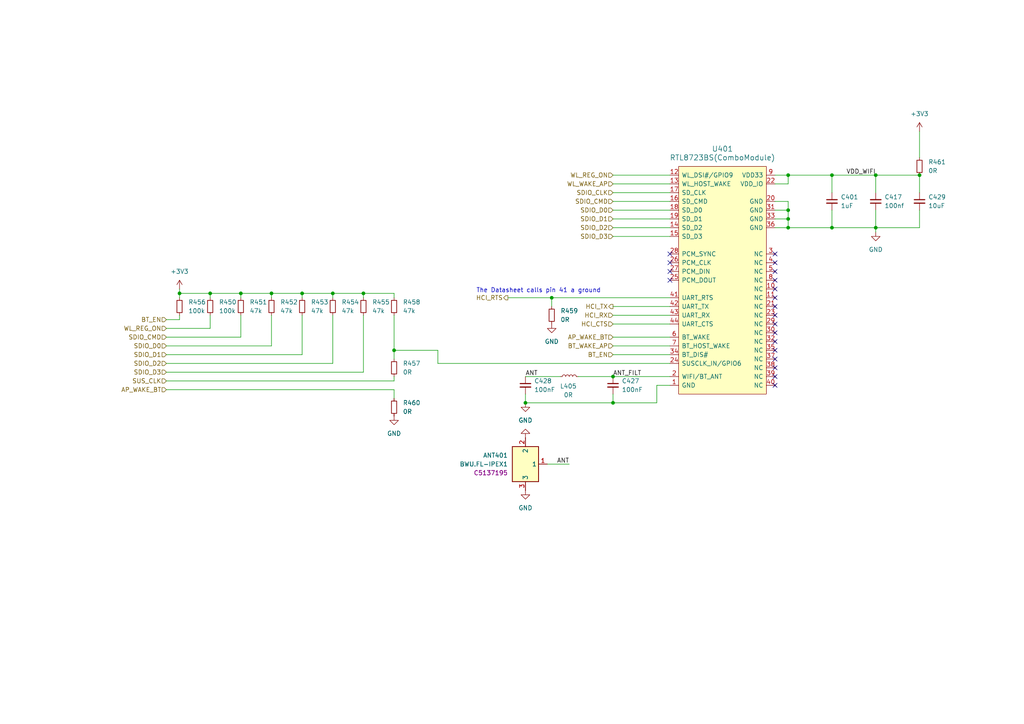
<source format=kicad_sch>
(kicad_sch (version 20231120) (generator "eeschema") (generator_version "8.0")
  (paper "A4")
  (lib_symbols
    (symbol "Device:C_Small" (pin_numbers hide) (pin_names (offset 0.254) hide)
      (property "Reference" "C" (at 0.254 1.778 0))
      (property "Value" "C_Small" (at 0.254 -2.032 0))
      (symbol "C_Small_0_1"
        (polyline (pts (xy -1.524 -0.508) (xy 1.524 -0.508)) (stroke (width 0.3302)))
        (polyline (pts (xy -1.524 0.508) (xy 1.524 0.508)) (stroke (width 0.3048)))
      )
      (symbol "C_Small_1_1"
        (pin passive line (at 0 2.54 270) (length 2.032) (name "~") (number "1"))
        (pin passive line (at 0 -2.54 90) (length 2.032) (name "~") (number "2"))
      )
    )
    (symbol "Device:L_Small" (pin_numbers hide) (pin_names (offset 0.254) hide)
      (property "Reference" "L" (at 0.762 1.016 0))
      (property "Value" "L_Small" (at 0.762 -1.016 0))
      (symbol "L_Small_0_1"
        (arc (start 0 -2.032) (mid 0.5058 -1.524) (end 0 -1.016))
        (arc (start 0 -1.016) (mid 0.5058 -0.508) (end 0 0))
        (arc (start 0 0) (mid 0.5058 0.508) (end 0 1.016))
        (arc (start 0 1.016) (mid 0.5058 1.524) (end 0 2.032))
      )
      (symbol "L_Small_1_1"
        (pin passive line (at 0 2.54 270) (length 0.508) (name "~") (number "1"))
        (pin passive line (at 0 -2.54 90) (length 0.508) (name "~") (number "2"))
      )
    )
    (symbol "Device:R_Small" (pin_numbers hide) (pin_names (offset 0.254) hide)
      (property "Reference" "R" (at 0.762 0.508 0))
      (property "Value" "R_Small" (at 0.762 -1.016 0))
      (symbol "R_Small_0_1"
        (rectangle (start -0.762 1.778) (end 0.762 -1.778) (stroke (width 0.2032)))
      )
      (symbol "R_Small_1_1"
        (pin passive line (at 0 2.54 270) (length 0.762) (name "~") (number "1"))
        (pin passive line (at 0 -2.54 90) (length 0.762) (name "~") (number "2"))
      )
    )
    (symbol "LCSC_Antenna:BWU.FL-IPEX1"
      (property "Reference" "ANT?" (at 2.54 6.35 0))
      (property "Value" "BWU.FL-IPEX1" (at 10.16 -2.032 0))
      (property "LCSC" "C5137195" (at 0 0 0))
      (symbol "BWU.FL-IPEX1_0_0"
        (pin passive line (at 5.08 0 180) (length 2.54) (name "1") (number "1"))
        (pin passive line (at -1.27 7.62 270) (length 2.54) (name "2") (number "2"))
        (pin passive line (at -1.27 -7.62 90) (length 2.54) (name "3") (number "3"))
      )
      (symbol "BWU.FL-IPEX1_1_0"
        (rectangle (start -5.08 5.08) (end 2.54 -5.08) (stroke (width 0.254)) (fill (type background)))
      )
    )
    (symbol "Module_WiFi_BT:RTL8723BS(ComboModule)" (pin_names (offset 0.889))
      (property "Reference" "U401" (at 0 38.1 0))
      (property "Value" "RTL8723BS(ComboModule)" (at 0 35.56 0))
      (symbol "RTL8723BS(ComboModule)_1_1"
        (rectangle (start -12.7 33.02) (end 12.7 -33.02) (fill (type background)))
        (pin power_in line (at -15.24 -30.48 0) (length 2.4892) (name "GND") (number "1"))
        (pin no_connect line (at 15.24 -2.54 180) (length 2.4892) (name "NC") (number "10"))
        (pin no_connect line (at 15.24 -5.08 180) (length 2.4892) (name "NC") (number "11"))
        (pin bidirectional line (at -15.24 30.48 0) (length 2.4892) (name "WL_DSI#/GPIO9") (number "12"))
        (pin input line (at -15.24 27.94 0) (length 2.4892) (name "WL_HOST_WAKE") (number "13"))
        (pin bidirectional line (at -15.24 15.24 0) (length 2.4892) (name "SD_D2") (number "14"))
        (pin bidirectional line (at -15.24 12.7 0) (length 2.4892) (name "SD_D3") (number "15"))
        (pin bidirectional line (at -15.24 22.86 0) (length 2.4892) (name "SD_CMD") (number "16"))
        (pin input line (at -15.24 25.4 0) (length 2.4892) (name "SD_CLK") (number "17"))
        (pin bidirectional line (at -15.24 20.32 0) (length 2.4892) (name "SD_D0") (number "18"))
        (pin bidirectional line (at -15.24 17.78 0) (length 2.4892) (name "SD_D1") (number "19"))
        (pin bidirectional line (at -15.24 -27.94 0) (length 2.4892) (name "WIFI/BT_ANT") (number "2"))
        (pin power_in line (at 15.24 22.86 180) (length 2.4892) (name "GND") (number "20"))
        (pin no_connect line (at 15.24 -7.62 180) (length 2.4892) (name "NC") (number "21"))
        (pin power_in line (at 15.24 27.94 180) (length 2.4892) (name "VDD_IO") (number "22"))
        (pin no_connect line (at 15.24 -10.16 180) (length 2.4892) (name "NC") (number "23"))
        (pin bidirectional line (at -15.24 -24.13 0) (length 2.4892) (name "SUSCLK_IN/GPIO6") (number "24"))
        (pin output line (at -15.24 0 0) (length 2.4892) (name "PCM_DOUT") (number "25"))
        (pin input line (at -15.24 5.08 0) (length 2.4892) (name "PCM_CLK") (number "26"))
        (pin input line (at -15.24 2.54 0) (length 2.4892) (name "PCM_DIN") (number "27"))
        (pin input line (at -15.24 7.62 0) (length 2.4892) (name "PCM_SYNC") (number "28"))
        (pin no_connect line (at 15.24 -12.7 180) (length 2.4892) (name "NC") (number "29"))
        (pin no_connect line (at 15.24 7.62 180) (length 2.4892) (name "NC") (number "3"))
        (pin no_connect line (at 15.24 -15.24 180) (length 2.4892) (name "NC") (number "30"))
        (pin power_in line (at 15.24 20.32 180) (length 2.4892) (name "GND") (number "31"))
        (pin no_connect line (at 15.24 -17.78 180) (length 2.4892) (name "NC") (number "32"))
        (pin power_in line (at 15.24 17.78 180) (length 2.4892) (name "GND") (number "33"))
        (pin input line (at -15.24 -21.59 0) (length 2.4892) (name "BT_DIS#") (number "34"))
        (pin no_connect line (at 15.24 -20.32 180) (length 2.4892) (name "NC") (number "35"))
        (pin power_in line (at 15.24 15.24 180) (length 2.4892) (name "GND") (number "36"))
        (pin no_connect line (at 15.24 -22.86 180) (length 2.4892) (name "NC") (number "37"))
        (pin no_connect line (at 15.24 -25.4 180) (length 2.4892) (name "NC") (number "38"))
        (pin no_connect line (at 15.24 -27.94 180) (length 2.4892) (name "NC") (number "39"))
        (pin no_connect line (at 15.24 5.08 180) (length 2.4892) (name "NC") (number "4"))
        (pin no_connect line (at 15.24 -30.48 180) (length 2.4892) (name "NC") (number "40"))
        (pin output line (at -15.24 -5.08 0) (length 2.4892) (name "UART_RTS") (number "41"))
        (pin output line (at -15.24 -7.62 0) (length 2.4892) (name "UART_TX") (number "42"))
        (pin input line (at -15.24 -10.16 0) (length 2.4892) (name "UART_RX") (number "43"))
        (pin input line (at -15.24 -12.7 0) (length 2.4892) (name "UART_CTS") (number "44"))
        (pin no_connect line (at 15.24 2.54 180) (length 2.4892) (name "NC") (number "5"))
        (pin input line (at -15.24 -16.51 0) (length 2.4892) (name "BT_WAKE") (number "6"))
        (pin output line (at -15.24 -19.05 0) (length 2.4892) (name "BT_HOST_WAKE") (number "7"))
        (pin no_connect line (at 15.24 0 180) (length 2.4892) (name "NC") (number "8"))
        (pin power_in line (at 15.24 30.48 180) (length 2.4892) (name "VDD33") (number "9"))
      )
    )
    (symbol "power:+3V3" (power) (pin_names (offset 0))
      (property "Value" "+3V3" (at 0 3.556 0))
      (symbol "+3V3_0_1"
        (polyline (pts (xy -0.762 1.27) (xy 0 2.54)))
        (polyline (pts (xy 0 0) (xy 0 2.54)))
        (polyline (pts (xy 0 2.54) (xy 0.762 1.27)))
      )
      (symbol "+3V3_1_1"
        (pin power_in line (at 0 0 90) (length 0) hide (name "+3V3") (number "1"))
      )
    )
    (symbol "power:GND" (power) (pin_numbers hide) (pin_names (offset 0) hide)
      (property "Value" "GND" (at 0 -3.81 0))
      (symbol "GND_0_1"
        (polyline (pts (xy 0 0) (xy 0 -1.27) (xy 1.27 -1.27) (xy 0 -2.54) (xy -1.27 -1.27) (xy 0 -1.27)))
      )
      (symbol "GND_1_1"
        (pin power_in line (at 0 0 270) (length 0) (name "~") (number "1"))
      )
    )
  )
  (junction (at 254 66.04))
  (junction (at 241.3 50.8))
  (junction (at 60.96 85.09))
  (junction (at 152.4 116.84))
  (junction (at 228.6 63.5))
  (junction (at 78.74 85.09))
  (junction (at 228.6 50.8))
  (junction (at 105.41 85.09))
  (junction (at 254 50.8))
  (junction (at 177.8 109.22))
  (junction (at 52.07 85.09))
  (junction (at 114.3 101.6))
  (junction (at 228.6 60.96))
  (junction (at 266.7 50.8))
  (junction (at 177.8 116.84))
  (junction (at 241.3 66.04))
  (junction (at 69.85 85.09))
  (junction (at 87.63 85.09))
  (junction (at 96.52 85.09))
  (junction (at 160.02 86.36))
  (junction (at 228.6 66.04))
  (no_connect (at 224.79 78.74))
  (no_connect (at 194.31 76.2))
  (no_connect (at 224.79 88.9))
  (no_connect (at 224.79 104.14))
  (no_connect (at 224.79 101.6))
  (no_connect (at 224.79 81.28))
  (no_connect (at 224.79 83.82))
  (no_connect (at 194.31 81.28))
  (no_connect (at 194.31 73.66))
  (no_connect (at 224.79 86.36))
  (no_connect (at 224.79 91.44))
  (no_connect (at 194.31 78.74))
  (no_connect (at 224.79 106.68))
  (no_connect (at 224.79 99.06))
  (no_connect (at 224.79 109.22))
  (no_connect (at 224.79 93.98))
  (no_connect (at 224.79 111.76))
  (no_connect (at 224.79 73.66))
  (no_connect (at 224.79 96.52))
  (no_connect (at 224.79 76.2))
  (wire (pts (xy 190.5 111.76) (xy 194.31 111.76)))
  (wire (pts (xy 224.79 63.5) (xy 228.6 63.5)))
  (wire (pts (xy 127 101.6) (xy 114.3 101.6)))
  (wire (pts (xy 266.7 50.8) (xy 254 50.8)))
  (wire (pts (xy 52.07 83.82) (xy 52.07 85.09)))
  (wire (pts (xy 114.3 113.03) (xy 48.26 113.03)))
  (wire (pts (xy 228.6 50.8) (xy 228.6 53.34)))
  (wire (pts (xy 254 66.04) (xy 241.3 66.04)))
  (wire (pts (xy 114.3 109.22) (xy 114.3 110.49)))
  (wire (pts (xy 69.85 97.79) (xy 69.85 91.44)))
  (wire (pts (xy 147.32 86.36) (xy 160.02 86.36)))
  (wire (pts (xy 114.3 101.6) (xy 114.3 104.14)))
  (wire (pts (xy 254 60.96) (xy 254 66.04)))
  (wire (pts (xy 266.7 60.96) (xy 266.7 66.04)))
  (wire (pts (xy 160.02 86.36) (xy 194.31 86.36)))
  (wire (pts (xy 87.63 102.87) (xy 48.26 102.87)))
  (wire (pts (xy 114.3 115.57) (xy 114.3 113.03)))
  (wire (pts (xy 177.8 66.04) (xy 194.31 66.04)))
  (wire (pts (xy 60.96 85.09) (xy 60.96 86.36)))
  (wire (pts (xy 224.79 58.42) (xy 228.6 58.42)))
  (wire (pts (xy 105.41 91.44) (xy 105.41 107.95)))
  (wire (pts (xy 96.52 85.09) (xy 105.41 85.09)))
  (wire (pts (xy 177.8 68.58) (xy 194.31 68.58)))
  (wire (pts (xy 52.07 85.09) (xy 52.07 86.36)))
  (wire (pts (xy 177.8 109.22) (xy 194.31 109.22)))
  (wire (pts (xy 177.8 97.79) (xy 194.31 97.79)))
  (wire (pts (xy 177.8 88.9) (xy 194.31 88.9)))
  (wire (pts (xy 48.26 107.95) (xy 105.41 107.95)))
  (wire (pts (xy 52.07 92.71) (xy 48.26 92.71)))
  (wire (pts (xy 241.3 66.04) (xy 241.3 60.96)))
  (wire (pts (xy 190.5 116.84) (xy 190.5 111.76)))
  (wire (pts (xy 228.6 50.8) (xy 224.79 50.8)))
  (wire (pts (xy 177.8 93.98) (xy 194.31 93.98)))
  (wire (pts (xy 167.64 109.22) (xy 177.8 109.22)))
  (wire (pts (xy 266.7 38.1) (xy 266.7 45.72)))
  (wire (pts (xy 228.6 58.42) (xy 228.6 60.96)))
  (wire (pts (xy 48.26 95.25) (xy 60.96 95.25)))
  (wire (pts (xy 69.85 85.09) (xy 69.85 86.36)))
  (wire (pts (xy 52.07 85.09) (xy 60.96 85.09)))
  (wire (pts (xy 224.79 53.34) (xy 228.6 53.34)))
  (wire (pts (xy 177.8 60.96) (xy 194.31 60.96)))
  (wire (pts (xy 177.8 102.87) (xy 194.31 102.87)))
  (wire (pts (xy 177.8 114.3) (xy 177.8 116.84)))
  (wire (pts (xy 96.52 85.09) (xy 96.52 86.36)))
  (wire (pts (xy 96.52 105.41) (xy 48.26 105.41)))
  (wire (pts (xy 127 105.41) (xy 127 101.6)))
  (wire (pts (xy 160.02 86.36) (xy 160.02 88.9)))
  (wire (pts (xy 114.3 85.09) (xy 105.41 85.09)))
  (wire (pts (xy 60.96 85.09) (xy 69.85 85.09)))
  (wire (pts (xy 241.3 50.8) (xy 254 50.8)))
  (wire (pts (xy 96.52 91.44) (xy 96.52 105.41)))
  (wire (pts (xy 190.5 116.84) (xy 177.8 116.84)))
  (wire (pts (xy 228.6 60.96) (xy 228.6 63.5)))
  (wire (pts (xy 78.74 85.09) (xy 78.74 86.36)))
  (wire (pts (xy 177.8 91.44) (xy 194.31 91.44)))
  (wire (pts (xy 114.3 86.36) (xy 114.3 85.09)))
  (wire (pts (xy 254 67.31) (xy 254 66.04)))
  (wire (pts (xy 177.8 100.33) (xy 194.31 100.33)))
  (wire (pts (xy 177.8 63.5) (xy 194.31 63.5)))
  (wire (pts (xy 52.07 91.44) (xy 52.07 92.71)))
  (wire (pts (xy 228.6 66.04) (xy 224.79 66.04)))
  (wire (pts (xy 152.4 109.22) (xy 162.56 109.22)))
  (wire (pts (xy 87.63 85.09) (xy 87.63 86.36)))
  (wire (pts (xy 87.63 85.09) (xy 96.52 85.09)))
  (wire (pts (xy 224.79 60.96) (xy 228.6 60.96)))
  (wire (pts (xy 87.63 91.44) (xy 87.63 102.87)))
  (wire (pts (xy 48.26 110.49) (xy 114.3 110.49)))
  (wire (pts (xy 60.96 95.25) (xy 60.96 91.44)))
  (wire (pts (xy 78.74 100.33) (xy 48.26 100.33)))
  (wire (pts (xy 114.3 91.44) (xy 114.3 101.6)))
  (wire (pts (xy 241.3 50.8) (xy 241.3 55.88)))
  (wire (pts (xy 48.26 97.79) (xy 69.85 97.79)))
  (wire (pts (xy 228.6 50.8) (xy 241.3 50.8)))
  (wire (pts (xy 177.8 55.88) (xy 194.31 55.88)))
  (wire (pts (xy 254 55.88) (xy 254 50.8)))
  (wire (pts (xy 127 105.41) (xy 194.31 105.41)))
  (wire (pts (xy 266.7 55.88) (xy 266.7 50.8)))
  (wire (pts (xy 177.8 58.42) (xy 194.31 58.42)))
  (wire (pts (xy 266.7 66.04) (xy 254 66.04)))
  (wire (pts (xy 177.8 50.8) (xy 194.31 50.8)))
  (wire (pts (xy 158.75 134.62) (xy 165.1 134.62)))
  (wire (pts (xy 177.8 53.34) (xy 194.31 53.34)))
  (wire (pts (xy 105.41 85.09) (xy 105.41 86.36)))
  (wire (pts (xy 152.4 116.84) (xy 177.8 116.84)))
  (wire (pts (xy 228.6 63.5) (xy 228.6 66.04)))
  (wire (pts (xy 152.4 114.3) (xy 152.4 116.84)))
  (wire (pts (xy 228.6 66.04) (xy 241.3 66.04)))
  (wire (pts (xy 69.85 85.09) (xy 78.74 85.09)))
  (wire (pts (xy 78.74 91.44) (xy 78.74 100.33)))
  (wire (pts (xy 78.74 85.09) (xy 87.63 85.09)))
  (text "The Datasheet calls pin 41 a ground" (at 156.21 84.328 0) (effects (font (size 1.27 1.27))))
  (label "VDD_WIFI" (at 254 50.8 180))
  (label "ANT" (at 152.4 109.22 0))
  (label "ANT_FILT" (at 177.8 109.22 0))
  (label "ANT" (at 165.1 134.62 180))
  (hierarchical_label "SDIO_D1" (shape input) (at 177.8 63.5 180) (property "Netclass" "SDIO_WIFI" (effects (hide yes))))
  (hierarchical_label "SUS_CLK" (shape input) (at 48.26 110.49 180))
  (hierarchical_label "SDIO_D2" (shape input) (at 177.8 66.04 180) (property "Netclass" "SDIO_WIFI" (effects (hide yes))))
  (hierarchical_label "SDIO_CMD" (shape input) (at 48.26 97.79 180) (property "Netclass" "SDIO_WIFI" (effects (hide yes))))
  (hierarchical_label "BT_WAKE_AP" (shape input) (at 177.8 100.33 180))
  (hierarchical_label "WL_WAKE_AP" (shape input) (at 177.8 53.34 180))
  (hierarchical_label "HCI_CTS" (shape input) (at 177.8 93.98 180))
  (hierarchical_label "HCI_RTS" (shape output) (at 147.32 86.36 180))
  (hierarchical_label "HCI_TX" (shape output) (at 177.8 88.9 180))
  (hierarchical_label "SDIO_D3" (shape input) (at 48.26 107.95 180) (property "Netclass" "SDIO_WIFI" (effects (hide yes))))
  (hierarchical_label "SDIO_D0" (shape input) (at 177.8 60.96 180) (property "Netclass" "SDIO_WIFI" (effects (hide yes))))
  (hierarchical_label "SDIO_CLK" (shape input) (at 177.8 55.88 180) (property "Netclass" "SDIO_WIFI" (effects (hide yes))))
  (hierarchical_label "WL_REG_ON" (shape input) (at 177.8 50.8 180))
  (hierarchical_label "SDIO_D3" (shape input) (at 177.8 68.58 180) (property "Netclass" "SDIO_WIFI" (effects (hide yes))))
  (hierarchical_label "SDIO_D1" (shape input) (at 48.26 102.87 180) (property "Netclass" "SDIO_WIFI" (effects (hide yes))))
  (hierarchical_label "BT_EN" (shape input) (at 48.26 92.71 180))
  (hierarchical_label "WL_REG_ON" (shape input) (at 48.26 95.25 180))
  (hierarchical_label "HCI_RX" (shape input) (at 177.8 91.44 180))
  (hierarchical_label "SDIO_D0" (shape input) (at 48.26 100.33 180) (property "Netclass" "SDIO_WIFI" (effects (hide yes))))
  (hierarchical_label "SDIO_CMD" (shape input) (at 177.8 58.42 180) (property "Netclass" "SDIO_WIFI" (effects (hide yes))))
  (hierarchical_label "BT_EN" (shape input) (at 177.8 102.87 180))
  (hierarchical_label "SDIO_D2" (shape input) (at 48.26 105.41 180) (property "Netclass" "SDIO_WIFI" (effects (hide yes))))
  (hierarchical_label "AP_WAKE_BT" (shape input) (at 177.8 97.79 180))
  (hierarchical_label "AP_WAKE_BT" (shape input) (at 48.26 113.03 180))
  (symbol (lib_id "Device:R_Small") (at 114.3 106.68 180) (unit 1)
    (property "Reference" "R457" (at 116.84 105.4099 0) (effects (justify right)))
    (property "Value" "0R" (at 116.84 107.9499 0) (effects (justify right)))
    (property "Footprint" "Resistor_SMD:R_0402_1005Metric" (effects (hide yes)))
    (property "Description" "Resistor, small symbol" (effects (hide yes)))
    (property "LCSC" "C17168" (effects (hide yes)))
    (property "MPN" "0402WGF0000TCE" (effects (hide yes)))
  )
  (symbol (lib_id "Device:R_Small") (at 87.63 88.9 0) (unit 1)
    (property "Reference" "R453" (at 90.17 87.6299 0) (effects (justify left)))
    (property "Value" "47k" (at 90.17 90.1699 0) (effects (justify left)))
    (property "Footprint" "Resistor_SMD:R_0402_1005Metric" (effects (hide yes)))
    (property "Description" "Resistor, small symbol" (effects (hide yes)))
    (property "LCSC" "C25792" (effects (hide yes)))
    (property "MPN" "0402WGF4702TCE" (effects (hide yes)))
  )
  (symbol (lib_id "Device:C_Small") (at 266.7 58.42 0) (unit 1)
    (property "Reference" "C429" (at 269.24 57.1563 0) (effects (justify left)))
    (property "Value" "10uF" (at 269.24 59.6963 0) (effects (justify left)))
    (property "Footprint" "Capacitor_SMD:C_0603_1608Metric" (effects (hide yes)))
    (property "LCSC" "C96446" (effects (hide yes)))
    (property "MPN" "CL10A106MA8NRNC" (effects (hide yes)))
  )
  (symbol (lib_id "Device:R_Small") (at 60.96 88.9 0) (unit 1)
    (property "Reference" "R450" (at 63.5 87.6299 0) (effects (justify left)))
    (property "Value" "100k" (at 63.5 90.1699 0) (effects (justify left)))
    (property "Footprint" "Resistor_SMD:R_0402_1005Metric" (effects (hide yes)))
    (property "Description" "Resistor, small symbol" (effects (hide yes)))
    (property "LCSC" "C25741" (effects (hide yes)))
    (property "MPN" "0402WGF1003TCE" (effects (hide yes)))
  )
  (symbol (lib_id "power:GND") (at 254 67.31 0) (unit 1)
    (property "Reference" "#PWR0440" (effects (hide yes)))
    (property "Value" "GND" (at 254 72.39 0))
    (property "Description" "Power symbol creates a global label with name \"GND\" , ground" (effects (hide yes)))
  )
  (symbol (lib_id "Device:C_Small") (at 254 58.42 180) (unit 1)
    (property "Reference" "C417" (at 256.54 57.1436 0) (effects (justify right)))
    (property "Value" "100nf" (at 256.54 59.6836 0) (effects (justify right)))
    (property "Footprint" "Capacitor_SMD:C_0402_1005Metric" (effects (hide yes)))
    (property "LCSC" "C307331" (effects (hide yes)))
    (property "MPN" "CL05B104KB54PNC" (effects (hide yes)))
  )
  (symbol (lib_id "Device:R_Small") (at 78.74 88.9 0) (unit 1)
    (property "Reference" "R452" (at 81.28 87.6299 0) (effects (justify left)))
    (property "Value" "47k" (at 81.28 90.1699 0) (effects (justify left)))
    (property "Footprint" "Resistor_SMD:R_0402_1005Metric" (effects (hide yes)))
    (property "Description" "Resistor, small symbol" (effects (hide yes)))
    (property "LCSC" "C25792" (effects (hide yes)))
    (property "MPN" "0402WGF4702TCE" (effects (hide yes)))
  )
  (symbol (lib_id "Device:R_Small") (at 114.3 118.11 180) (unit 1)
    (property "Reference" "R460" (at 116.84 116.8399 0) (effects (justify right)))
    (property "Value" "0R" (at 116.84 119.3799 0) (effects (justify right)))
    (property "Footprint" "Resistor_SMD:R_0402_1005Metric" (effects (hide yes)))
    (property "Description" "Resistor, small symbol" (effects (hide yes)))
    (property "LCSC" "C17168" (effects (hide yes)))
    (property "MPN" "0402WGF0000TCE" (effects (hide yes)))
  )
  (symbol (lib_id "Device:R_Small") (at 114.3 88.9 180) (unit 1)
    (property "Reference" "R458" (at 116.84 87.6299 0) (effects (justify right)))
    (property "Value" "47k" (at 116.84 90.1699 0) (effects (justify right)))
    (property "Footprint" "Resistor_SMD:R_0402_1005Metric" (effects (hide yes)))
    (property "Description" "Resistor, small symbol" (effects (hide yes)))
    (property "LCSC" "C25792" (effects (hide yes)))
    (property "MPN" "0402WGF4702TCE" (effects (hide yes)))
  )
  (symbol (lib_id "power:GND") (at 160.02 93.98 0) (unit 1)
    (property "Reference" "#PWR0453" (effects (hide yes)))
    (property "Value" "GND" (at 160.02 99.06 0))
    (property "Description" "Power symbol creates a global label with name \"GND\" , ground" (effects (hide yes)))
  )
  (symbol (lib_id "Device:R_Small") (at 160.02 91.44 180) (unit 1)
    (property "Reference" "R459" (at 162.56 90.1699 0) (effects (justify right)))
    (property "Value" "0R" (at 162.56 92.7099 0) (effects (justify right)))
    (property "Footprint" "Resistor_SMD:R_0402_1005Metric" (effects (hide yes)))
    (property "Description" "Resistor, small symbol" (effects (hide yes)))
    (property "LCSC" "C17168" (effects (hide yes)))
    (property "MPN" "0402WGF0000TCE" (effects (hide yes)))
  )
  (symbol (lib_id "Device:R_Small") (at 96.52 88.9 0) (unit 1)
    (property "Reference" "R454" (at 99.06 87.6299 0) (effects (justify left)))
    (property "Value" "47k" (at 99.06 90.1699 0) (effects (justify left)))
    (property "Footprint" "Resistor_SMD:R_0402_1005Metric" (effects (hide yes)))
    (property "Description" "Resistor, small symbol" (effects (hide yes)))
    (property "LCSC" "C25792" (effects (hide yes)))
    (property "MPN" "0402WGF4702TCE" (effects (hide yes)))
  )
  (symbol (lib_id "Device:C_Small") (at 152.4 111.76 0) (unit 1)
    (property "Reference" "C428" (at 154.94 110.4963 0) (effects (justify left)))
    (property "Value" "100nF" (at 154.94 113.0363 0) (effects (justify left)))
    (property "Footprint" "Resistor_SMD:R_0402_1005Metric" (effects (hide yes)))
    (property "LCSC" "C307331" (effects (hide yes)))
    (property "MPN" "CL05B104KB54PNC" (effects (hide yes)))
  )
  (symbol (lib_id "power:GND") (at 152.4 116.84 0) (unit 1)
    (property "Reference" "#PWR0450" (effects (hide yes)))
    (property "Value" "GND" (at 152.4 121.92 0))
    (property "Description" "Power symbol creates a global label with name \"GND\" , ground" (effects (hide yes)))
  )
  (symbol (lib_id "Device:R_Small") (at 52.07 88.9 0) (unit 1)
    (property "Reference" "R456" (at 54.61 87.6299 0) (effects (justify left)))
    (property "Value" "100k" (at 54.61 90.1699 0) (effects (justify left)))
    (property "Footprint" "Resistor_SMD:R_0402_1005Metric" (effects (hide yes)))
    (property "Description" "Resistor, small symbol" (effects (hide yes)))
    (property "LCSC" "C25741" (effects (hide yes)))
    (property "MPN" "0402WGF1003TCE" (effects (hide yes)))
  )
  (symbol (lib_id "power:GND") (at 152.4 127 180) (unit 1)
    (property "Reference" "#PWR0401" (effects (hide yes)))
    (property "Value" "GND" (at 152.4 121.92 0))
    (property "Description" "Power symbol creates a global label with name \"GND\" , ground" (effects (hide yes)))
  )
  (symbol (lib_id "LCSC_Antenna:BWU.FL-IPEX1") (at 153.67 134.62 0) (unit 1)
    (property "Reference" "ANT401" (at 147.32 132.0799 0) (effects (justify right)))
    (property "Value" "BWU.FL-IPEX1" (at 147.32 134.6199 0) (effects (justify right)))
    (property "Footprint" "Antenna_LCSC:IPEX-SMD_BWIPX-1-001E" (effects (hide yes)))
    (property "Datasheet" "https://datasheet.lcsc.com/lcsc/2208151830_BAT-WIRELESS-BWU-FL-IPEX1_C5137195.pdf" (effects (hide yes)))
    (property "Description" "  1 Inner needle IPEX Board Edge 1.25mm 6GHz 50Ω 2mm SMD RF Connectors / Coaxial Connectors ROHS " (effects (hide yes)))
    (property "LCSC" "C5137195" (at 147.32 137.1599 0) (effects (justify right)))
    (property "MPN" "BWU.FL-IPEX1" (effects (hide yes)))
  )
  (symbol (lib_id "Device:R_Small") (at 105.41 88.9 0) (unit 1)
    (property "Reference" "R455" (at 107.95 87.6299 0) (effects (justify left)))
    (property "Value" "47k" (at 107.95 90.1699 0) (effects (justify left)))
    (property "Footprint" "Resistor_SMD:R_0402_1005Metric" (effects (hide yes)))
    (property "Description" "Resistor, small symbol" (effects (hide yes)))
    (property "LCSC" "C25792" (effects (hide yes)))
    (property "MPN" "0402WGF4702TCE" (effects (hide yes)))
  )
  (symbol (lib_id "Device:L_Small") (at 165.1 109.22 90) (unit 1)
    (property "Reference" "L405" (at 164.846 112.014 90))
    (property "Value" "0R" (at 164.846 114.554 90))
    (property "Footprint" "Resistor_SMD:R_0402_1005Metric" (effects (hide yes)))
    (property "Description" "Inductor, small symbol" (effects (hide yes)))
    (property "LCSC" "C17168" (effects (hide yes)))
    (property "MPN" "0402WGF0000TCE" (effects (hide yes)))
  )
  (symbol (lib_id "Device:R_Small") (at 69.85 88.9 0) (unit 1)
    (property "Reference" "R451" (at 72.39 87.6299 0) (effects (justify left)))
    (property "Value" "47k" (at 72.39 90.1699 0) (effects (justify left)))
    (property "Footprint" "Resistor_SMD:R_0402_1005Metric" (effects (hide yes)))
    (property "Description" "Resistor, small symbol" (effects (hide yes)))
    (property "LCSC" "C25792" (effects (hide yes)))
    (property "MPN" "0402WGF4702TCE" (effects (hide yes)))
  )
  (symbol (lib_id "Device:C_Small") (at 177.8 111.76 0) (unit 1)
    (property "Reference" "C427" (at 180.34 110.4962 0) (effects (justify left)))
    (property "Value" "100nF" (at 180.34 113.0362 0) (effects (justify left)))
    (property "Footprint" "Resistor_SMD:R_0402_1005Metric" (effects (hide yes)))
    (property "LCSC" "C307331" (effects (hide yes)))
    (property "MPN" "CL05B104KB54PNC" (effects (hide yes)))
  )
  (symbol (lib_id "Device:C_Small") (at 241.3 58.42 0) (unit 1)
    (property "Reference" "C401" (at 243.84 57.1563 0) (effects (justify left)))
    (property "Value" "1uF" (at 243.84 59.6963 0) (effects (justify left)))
    (property "Footprint" "Resistor_SMD:R_0402_1005Metric" (effects (hide yes)))
    (property "LCSC" "C52923" (effects (hide yes)))
    (property "MPN" "CL05A105KA5NQNC" (effects (hide yes)))
  )
  (symbol (lib_id "power:GND") (at 114.3 120.65 0) (unit 1)
    (property "Reference" "#PWR0452" (effects (hide yes)))
    (property "Value" "GND" (at 114.3 125.73 0))
    (property "Description" "Power symbol creates a global label with name \"GND\" , ground" (effects (hide yes)))
  )
  (symbol (lib_id "Module_WiFi_BT:RTL8723BS(ComboModule)") (at 209.55 81.28 0) (unit 1) (in_bom no)
    (property "Reference" "U401" (at 209.55 43.18 0) (effects (font (size 1.524 1.524))))
    (property "Value" "RTL8723BS(ComboModule)" (at 209.55 45.72 0) (effects (font (size 1.524 1.524))))
    (property "Footprint" "Module_WiFi_BT:RL-SM02BD(RTL8723BS)" (effects (hide yes)))
  )
  (symbol (lib_id "power:GND") (at 152.4 142.24 0) (unit 1)
    (property "Reference" "#PWR0402" (effects (hide yes)))
    (property "Value" "GND" (at 152.4 147.32 0))
    (property "Description" "Power symbol creates a global label with name \"GND\" , ground" (effects (hide yes)))
  )
  (symbol (lib_id "Device:R_Small") (at 266.7 48.26 180) (unit 1)
    (property "Reference" "R461" (at 269.24 46.9899 0) (effects (justify right)))
    (property "Value" "0R" (at 269.24 49.5299 0) (effects (justify right)))
    (property "Footprint" "Resistor_SMD:R_0402_1005Metric" (effects (hide yes)))
    (property "Description" "Resistor, small symbol" (effects (hide yes)))
    (property "LCSC" "C17168" (effects (hide yes)))
    (property "MPN" "0402WGF0000TCE" (effects (hide yes)))
  )
  (symbol (lib_id "power:+3V3") (at 52.07 83.82 0) (unit 1)
    (property "Reference" "#PWR0451" (effects (hide yes)))
    (property "Value" "+3V3" (at 52.07 78.74 0))
  )
  (symbol (lib_id "power:+3V3") (at 266.7 38.1 0) (unit 1)
    (property "Reference" "#PWR0449" (effects (hide yes)))
    (property "Value" "+3V3" (at 266.7 33.02 0))
  )
)
</source>
